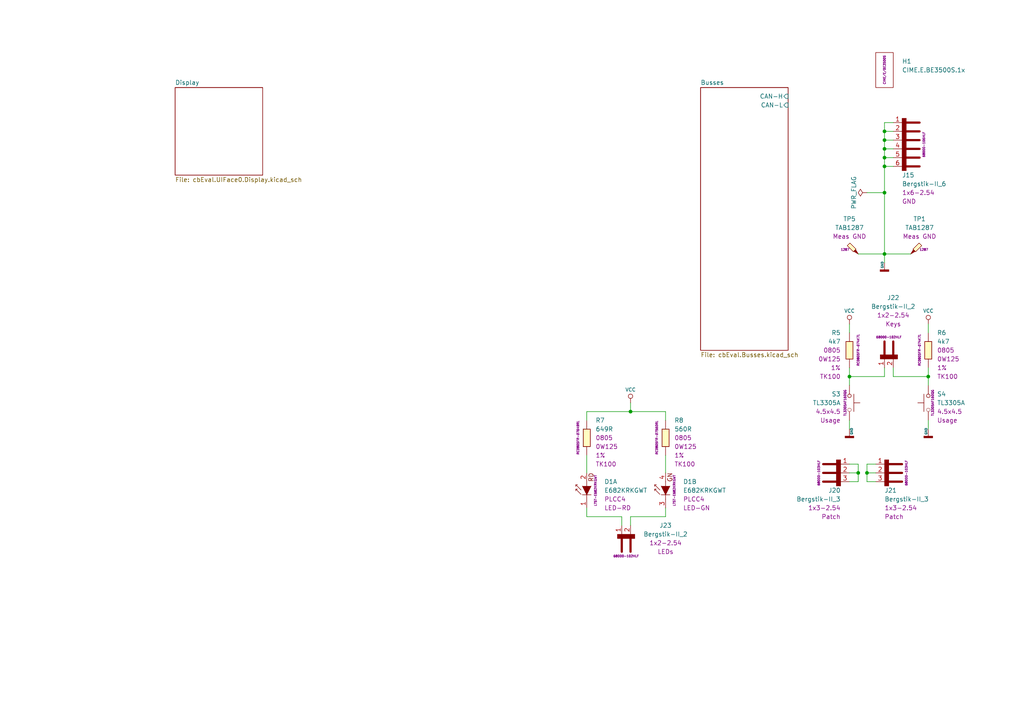
<source format=kicad_sch>
(kicad_sch (version 20211123) (generator eeschema)
  (paper "A4")
  (title_block (title "cbEval ATtiny412 & ATtiny1614") (rev "1.1.0"))
  (lib_symbols
    (symbol "D.LED:E682KRKGWT" (pin_names (offset 1.016) hide)
      (property "Reference" "D" (at 5.08 5.08 0))
      (property "Value" "E682KRKGWT" (at 5.08 2.54 0))
      (property "Package" "PLCC4" (at 5.08 0 0))
      (property "ID" "LTST-E682KRKGWT" (at 2.54 0 90))
      (property "Usage" "Usage" (at 5.08 -2.54 0))
      (symbol "E682KRKGWT_0_1"
        (polyline (pts (xy -3.175 1.651) (xy -3.175 1.143)))
        (polyline (pts (xy -1.27 -1.27) (xy 1.27 -1.27)) (stroke (width 0.1524)))
        (polyline (pts (xy 0 -2.54) (xy 0 -1.27)))
        (polyline (pts (xy 0 1.27) (xy 0 2.54)))
        (polyline (pts (xy -1.651 0.127) (xy -3.175 1.651) (xy -2.667 1.651)))
        (polyline (pts (xy -1.27 1.27) (xy 0 -1.27) (xy 1.27 1.27)) (fill (type outline)))
        (polyline (pts (xy -1.651 -1.143) (xy -3.175 0.381) (xy -2.667 0.381) (xy -3.175 0.381) (xy -3.175 -0.127)))
      )
      (symbol "E682KRKGWT_1_0"
        (text "RD" (at 1.27 3.81 900) (effects (font (size 1.27 1.27))))
      )
      (symbol "E682KRKGWT_1_1"
        (pin passive line (at 0 -5.08 90) (length 2.54) (name "Rd-C") (number "1"))
        (pin passive line (at 0 5.08 270) (length 2.54) (name "Rd-A") (number "2"))
      )
      (symbol "E682KRKGWT_2_0"
        (text "GN" (at 1.27 3.81 900) (effects (font (size 1.27 1.27))))
      )
      (symbol "E682KRKGWT_2_1"
        (pin passive line (at 0 -5.08 90) (length 2.54) (name "Gn-C") (number "3"))
        (pin passive line (at 0 5.08 270) (length 2.54) (name "Gn-A") (number "4"))
      )
    )
    (symbol "H.Housing:CIME.E.BE3500S.1x"
      (property "Reference" "H" (at 2.54 2.54 0))
      (property "Value" "CIME.E.BE3500S.1x" (at 2.54 -2.54 0))
      (property "ID" "CIME/E/BE3500S" (at 0 0 90))
      (symbol "CIME.E.BE3500S.1x_0_1"
        (rectangle (start -2.54 5.08) (end 2.54 -5.08) (stroke (width 0.1524)))
      )
    )
    (symbol "J.PinHeader:Bergstik-II_2" (pin_names (offset 0.002) hide)
      (property "Reference" "J" (at -2.54 -2.54 0))
      (property "Value" "Bergstik-II_2" (at -2.54 -5.08 0))
      (property "Package" "1x2-2.54" (at -2.54 -7.62 0))
      (property "Usage" "Usage" (at -2.54 -10.16 0))
      (property "ID" "68000-102HLF" (at 3.81 1.27 90))
      (symbol "Bergstik-II_2_0_1"
        (rectangle (start -2.54 3.81) (end -1.27 -1.27) (stroke (width 0.0006)) (fill (type outline)))
        (polyline (pts (xy -1.27 0) (xy 2.54 0)) (stroke (width 0.635)))
        (polyline (pts (xy -1.27 2.54) (xy 2.54 2.54)) (stroke (width 0.635)))
      )
      (symbol "Bergstik-II_2_1_1"
        (pin passive line (at -5.08 2.54 0) (length 2.54) (name "A1") (number "1"))
        (pin passive line (at -5.08 0 0) (length 2.54) (name "A2") (number "2"))
      )
    )
    (symbol "J.PinHeader:Bergstik-II_3" (pin_names (offset 0.002) hide)
      (property "Reference" "J" (at -2.54 -5.08 0))
      (property "Value" "Bergstik-II_3" (at -2.54 -7.62 0))
      (property "Package" "1x3-2.54" (at -2.54 -10.16 0))
      (property "Usage" "Usage" (at -2.54 -12.7 0))
      (property "ID" "68000-103HLF" (at 3.81 0 90))
      (symbol "Bergstik-II_3_0_1"
        (rectangle (start -2.54 3.81) (end -1.27 -3.81) (stroke (width 0.0006)) (fill (type outline)))
        (polyline (pts (xy -1.27 -2.54) (xy 2.54 -2.54)) (stroke (width 0.635)))
        (polyline (pts (xy -1.27 0) (xy 2.54 0)) (stroke (width 0.635)))
        (polyline (pts (xy -1.27 2.54) (xy 2.54 2.54)) (stroke (width 0.635)))
      )
      (symbol "Bergstik-II_3_1_1"
        (pin passive line (at -5.08 2.54 0) (length 2.54) (name "A1") (number "1"))
        (pin passive line (at -5.08 0 0) (length 2.54) (name "A2") (number "2"))
        (pin passive line (at -5.08 -2.54 0) (length 2.54) (name "A3") (number "3"))
      )
    )
    (symbol "J.PinHeader:Bergstik-II_6" (pin_names (offset 0.002) hide)
      (property "Reference" "J" (at -2.54 -10.16 0))
      (property "Value" "Bergstik-II_6" (at -2.54 -12.7 0))
      (property "Package" "1x6-2.54" (at -2.54 -15.24 0))
      (property "Usage" "Usage" (at -2.54 -17.78 0))
      (property "ID" "68000-106HLF" (at 3.81 -1.27 90))
      (symbol "Bergstik-II_6_0_1"
        (rectangle (start -2.54 6.35) (end -1.27 -8.89) (stroke (width 0.0006)) (fill (type outline)))
        (polyline (pts (xy -1.27 -7.62) (xy 2.54 -7.62)) (stroke (width 0.635)))
        (polyline (pts (xy -1.27 -5.08) (xy 2.54 -5.08)) (stroke (width 0.635)))
        (polyline (pts (xy -1.27 -2.54) (xy 2.54 -2.54)) (stroke (width 0.635)))
        (polyline (pts (xy -1.27 0) (xy 2.54 0)) (stroke (width 0.635)))
        (polyline (pts (xy -1.27 2.54) (xy 2.54 2.54)) (stroke (width 0.635)))
        (polyline (pts (xy -1.27 5.08) (xy 2.54 5.08)) (stroke (width 0.635)))
      )
      (symbol "Bergstik-II_6_1_1"
        (pin passive line (at -5.08 5.08 0) (length 2.54) (name "A1") (number "1"))
        (pin passive line (at -5.08 2.54 0) (length 2.54) (name "A2") (number "2"))
        (pin passive line (at -5.08 0 0) (length 2.54) (name "A3") (number "3"))
        (pin passive line (at -5.08 -2.54 0) (length 2.54) (name "A4") (number "4"))
        (pin passive line (at -5.08 -5.08 0) (length 2.54) (name "A5") (number "5"))
        (pin passive line (at -5.08 -7.62 0) (length 2.54) (name "A6") (number "6"))
      )
    )
    (symbol "R.Yageo.RC0805:4k7" (pin_numbers hide) (pin_names (offset 1.016) hide)
      (property "Reference" "R" (at 2.54 5.08 0))
      (property "Value" "4k7" (at 2.54 2.54 0))
      (property "Package" "0805" (at 2.54 0 0))
      (property "Power" "0W125" (at 2.54 -2.54 0))
      (property "Tolerance" "1%" (at 2.54 -5.08 0))
      (property "TK" "TK100" (at 2.54 -7.62 0))
      (property "ID" "RC0805FR-074K7L" (at -2.54 0 90))
      (symbol "4k7_0_1"
        (rectangle (start -1.016 2.54) (end 1.016 -2.54) (stroke (width 0.2032)) (fill (type background)))
      )
      (symbol "4k7_1_1"
        (pin passive line (at 0 5.08 270) (length 2.54) (name "~") (number "1"))
        (pin passive line (at 0 -5.08 90) (length 2.54) (name "~") (number "2"))
      )
    )
    (symbol "R.Yageo.RC0805:560R" (pin_numbers hide) (pin_names (offset 1.016) hide)
      (property "Reference" "R" (at 2.54 5.08 0))
      (property "Value" "560R" (at 2.54 2.54 0))
      (property "Package" "0805" (at 2.54 0 0))
      (property "Power" "0W125" (at 2.54 -2.54 0))
      (property "Tolerance" "1%" (at 2.54 -5.08 0))
      (property "TK" "TK100" (at 2.54 -7.62 0))
      (property "ID" "RC0805FR-07560RL" (at -2.54 0 90))
      (symbol "560R_0_1"
        (rectangle (start -1.016 2.54) (end 1.016 -2.54) (stroke (width 0.2032)) (fill (type background)))
      )
      (symbol "560R_1_1"
        (pin passive line (at 0 5.08 270) (length 2.54) (name "~") (number "1"))
        (pin passive line (at 0 -5.08 90) (length 2.54) (name "~") (number "2"))
      )
    )
    (symbol "R.Yageo.RC0805:649R" (pin_numbers hide) (pin_names (offset 1.016) hide)
      (property "Reference" "R" (at 2.54 5.08 0))
      (property "Value" "649R" (at 2.54 2.54 0))
      (property "Package" "0805" (at 2.54 0 0))
      (property "Power" "0W125" (at 2.54 -2.54 0))
      (property "Tolerance" "1%" (at 2.54 -5.08 0))
      (property "TK" "TK100" (at 2.54 -7.62 0))
      (property "ID" "RC0805FR-07649RL" (at -2.54 0 90))
      (symbol "649R_0_1"
        (rectangle (start -1.016 2.54) (end 1.016 -2.54) (stroke (width 0.2032)) (fill (type background)))
      )
      (symbol "649R_1_1"
        (pin passive line (at 0 5.08 270) (length 2.54) (name "~") (number "1"))
        (pin passive line (at 0 -5.08 90) (length 2.54) (name "~") (number "2"))
      )
    )
    (symbol "S:TL3305A" (pin_numbers hide) (pin_names (offset 1.016) hide)
      (property "Reference" "S" (at 2.54 2.54 0))
      (property "Value" "TL3305A" (at 2.54 0 0))
      (property "Package" "4.5x4.5" (at 2.54 -2.54 0))
      (property "Usage" "Usage" (at 2.54 -5.08 0))
      (property "ID" "TL3305AF160QG" (at 1.27 0 90))
      (symbol "TL3305A_0_1"
        (circle (center 0 -2.032) (radius 0.508) (stroke (width 0.0508)))
        (polyline (pts (xy -1.27 0) (xy -3.048 0)))
        (polyline (pts (xy -1.27 2.54) (xy -1.27 -2.54)))
        (circle (center 0 2.032) (radius 0.508))
        (pin passive line (at 0 5.08 270) (length 2.54) (name "1") (number "1"))
        (pin passive line (at 0 -5.08 90) (length 2.54) (name "2") (number "2"))
      )
    )
    (symbol "Supply:GND" (power) (pin_numbers hide) (pin_names (offset 0) hide)
      (property "Value" "GND" (at -0.635 -0.635 90))
      (symbol "GND_0_1"
        (rectangle (start -1.27 -2.032) (end 1.27 -2.54) (stroke (width 0.1524)) (fill (type outline)))
        (polyline (pts (xy 0 0) (xy 0 -2.032)) (stroke (width 0.1524)))
      )
      (symbol "GND_1_1"
        (pin power_in line (at 0 0 270) (length 0) hide (name "GND") (number "1"))
      )
    )
    (symbol "Supply:PWR_FLAG" (power) (pin_numbers hide) (pin_names (offset 0) hide)
      (property "Value" "PWR_FLAG" (at 0 3.81 0))
      (symbol "PWR_FLAG_0_0"
        (pin power_out line (at 0 0 90) (length 0) (name "pwr") (number "1"))
      )
      (symbol "PWR_FLAG_0_1"
        (polyline (pts (xy 0 0) (xy 0 1.27) (xy -1.016 1.905) (xy 0 2.54) (xy 1.016 1.905) (xy 0 1.27)))
      )
    )
    (symbol "Supply:VCC" (power) (pin_numbers hide) (pin_names (offset 0) hide)
      (property "Value" "VCC" (at 0 3.81 0))
      (symbol "VCC_0_1"
        (polyline (pts (xy 0 0) (xy 0 1.27)))
        (circle (center 0 1.905) (radius 0.635))
      )
      (symbol "VCC_1_1"
        (pin power_in line (at 0 0 90) (length 0) hide (name "VCC") (number "1"))
      )
    )
    (symbol "TP.Keystone:TAB1287" (pin_numbers hide) (pin_names (offset 0.762) hide)
      (property "Reference" "TP" (at 2.54 10.16 0))
      (property "Value" "TAB1287" (at 2.54 7.62 0))
      (property "Usage" "Usage" (at 2.54 5.08 0))
      (property "ID" "1287" (at 3.81 1.27 0))
      (symbol "TAB1287_0_1"
        (polyline (pts (xy 1.27 0.762) (xy 0 0) (xy 0.762 1.27) (xy 1.27 0.762)) (fill (type outline)))
        (polyline (pts (xy 1.397 0.635) (xy 0.635 1.397) (xy 2.413 3.175) (xy 3.175 2.413) (xy 1.397 0.635)) (fill (type background)))
      )
      (symbol "TAB1287_1_1"
        (pin passive line (at 0 0 90) (length 0) (name "1") (number "1"))
      )
    )
  )
  (junction (at 251.46 137.16) (diameter 0.9144))
  (junction (at 256.54 40.64) (diameter 0.9144))
  (junction (at 248.92 137.16) (diameter 0.9144))
  (junction (at 256.54 73.66) (diameter 0.9144))
  (junction (at 256.54 55.88) (diameter 0.9144))
  (junction (at 256.54 43.18) (diameter 0.9144))
  (junction (at 246.38 109.22) (diameter 0.9144))
  (junction (at 256.54 48.26) (diameter 0.9144))
  (junction (at 182.88 119.38) (diameter 0.9144))
  (junction (at 256.54 45.72) (diameter 0.9144))
  (junction (at 256.54 38.1) (diameter 0.9144))
  (junction (at 269.24 109.22) (diameter 0.9144))
  (wire (pts (xy 256.54 48.26) (xy 256.54 45.72)))
  (wire (pts (xy 259.08 106.68) (xy 259.08 109.22)))
  (wire (pts (xy 259.08 109.22) (xy 269.24 109.22)))
  (wire (pts (xy 256.54 48.26) (xy 256.54 55.88)))
  (wire (pts (xy 256.54 55.88) (xy 256.54 73.66)))
  (wire (pts (xy 269.24 96.52) (xy 269.24 93.98)))
  (wire (pts (xy 259.08 38.1) (xy 256.54 38.1)))
  (wire (pts (xy 170.18 149.86) (xy 170.18 147.32)))
  (wire (pts (xy 180.34 149.86) (xy 170.18 149.86)))
  (wire (pts (xy 180.34 152.4) (xy 180.34 149.86)))
  (wire (pts (xy 256.54 38.1) (xy 256.54 35.56)))
  (wire (pts (xy 251.46 55.88) (xy 256.54 55.88)))
  (wire (pts (xy 269.24 124.46) (xy 269.24 121.92)))
  (wire (pts (xy 256.54 45.72) (xy 256.54 43.18)))
  (wire (pts (xy 256.54 76.2) (xy 256.54 73.66)))
  (wire (pts (xy 259.08 48.26) (xy 256.54 48.26)))
  (wire (pts (xy 193.04 121.92) (xy 193.04 119.38)))
  (wire (pts (xy 246.38 134.62) (xy 248.92 134.62)))
  (wire (pts (xy 248.92 134.62) (xy 248.92 137.16)))
  (wire (pts (xy 248.92 137.16) (xy 248.92 139.7)))
  (wire (pts (xy 248.92 139.7) (xy 246.38 139.7)))
  (wire (pts (xy 259.08 40.64) (xy 256.54 40.64)))
  (wire (pts (xy 246.38 137.16) (xy 248.92 137.16)))
  (wire (pts (xy 256.54 35.56) (xy 259.08 35.56)))
  (wire (pts (xy 256.54 43.18) (xy 256.54 40.64)))
  (wire (pts (xy 264.16 73.66) (xy 256.54 73.66)))
  (wire (pts (xy 256.54 40.64) (xy 256.54 38.1)))
  (wire (pts (xy 193.04 137.16) (xy 193.04 132.08)))
  (wire (pts (xy 182.88 116.84) (xy 182.88 119.38)))
  (wire (pts (xy 251.46 134.62) (xy 251.46 137.16)))
  (wire (pts (xy 251.46 137.16) (xy 251.46 139.7)))
  (wire (pts (xy 251.46 139.7) (xy 254 139.7)))
  (wire (pts (xy 254 134.62) (xy 251.46 134.62)))
  (wire (pts (xy 269.24 109.22) (xy 269.24 106.68)))
  (wire (pts (xy 269.24 111.76) (xy 269.24 109.22)))
  (wire (pts (xy 256.54 106.68) (xy 256.54 109.22)))
  (wire (pts (xy 256.54 109.22) (xy 246.38 109.22)))
  (wire (pts (xy 259.08 43.18) (xy 256.54 43.18)))
  (wire (pts (xy 170.18 119.38) (xy 182.88 119.38)))
  (wire (pts (xy 170.18 121.92) (xy 170.18 119.38)))
  (wire (pts (xy 182.88 119.38) (xy 193.04 119.38)))
  (wire (pts (xy 246.38 109.22) (xy 246.38 106.68)))
  (wire (pts (xy 246.38 111.76) (xy 246.38 109.22)))
  (wire (pts (xy 170.18 137.16) (xy 170.18 132.08)))
  (wire (pts (xy 254 137.16) (xy 251.46 137.16)))
  (wire (pts (xy 259.08 45.72) (xy 256.54 45.72)))
  (wire (pts (xy 182.88 149.86) (xy 193.04 149.86)))
  (wire (pts (xy 182.88 152.4) (xy 182.88 149.86)))
  (wire (pts (xy 193.04 149.86) (xy 193.04 147.32)))
  (wire (pts (xy 246.38 124.46) (xy 246.38 121.92)))
  (wire (pts (xy 248.92 73.66) (xy 256.54 73.66)))
  (wire (pts (xy 246.38 96.52) (xy 246.38 93.98)))
  (symbol (lib_id "TP.Keystone:TAB1287") (at 248.92 73.66 0) (mirror y) (unit 1)
    (property "Reference" "TP5" (at 246.38 63.5 0))
    (property "Value" "TAB1287" (at 246.38 66.04 0))
    (property "Footprint" "TestPoint:TestPoint_Bridge_Pitch5.08mm_Drill1.3mm" (effects hide))
    (property "Datasheet" "https://www.keyelco.com/userAssets/file/M65p59.pdf" (effects hide))
    (property "Usage" "Meas GND" (at 246.38 68.58 0))
    (property "ID" "1287" (at 245.11 72.39 0) (effects (font (size 0.635 0.635))))
  )
  (symbol (lib_id "Supply:VCC") (at 182.88 116.84 0) (unit 1)
    (property "Reference" "#PWR029" (effects hide))
    (property "Value" "VCC" (at 182.88 113.03 0) (effects (font (size 1.016 1.016))))
  )
  (symbol (lib_id "R.Yageo.RC0805:4k7") (at 246.38 101.6 0) (mirror y) (unit 1)
    (property "Reference" "R5" (at 243.84 96.52 0) (effects (justify left)))
    (property "Value" "4k7" (at 243.84 99.06 0) (effects (justify left)))
    (property "Footprint" "Resistor_SMD:R_0805_2012Metric" (effects hide))
    (property "Datasheet" "R.Yaego.RC0805.pdf" (effects hide))
    (property "Package" "0805" (at 243.84 101.6 0) (effects (justify left)))
    (property "Power" "0W125" (at 243.84 104.14 0) (effects (justify left)))
    (property "Tolerance" "1%" (at 243.84 106.68 0) (effects (justify left)))
    (property "TK" "TK100" (at 243.84 109.22 0) (effects (justify left)))
    (property "ID" "RC0805FR-074K7L" (at 248.92 101.6 90) (effects (font (size 0.635 0.635) italic)))
  )
  (symbol (lib_id "Supply:GND") (at 246.38 124.46 0) (mirror y) (unit 1)
    (property "Reference" "#PWR026" (effects hide))
    (property "Value" "GND" (at 247.015 125.095 90) (effects (font (size 0.635 0.635))))
  )
  (symbol (lib_id "Supply:GND") (at 256.54 76.2 0) (unit 1)
    (property "Reference" "#PWR01" (effects hide))
    (property "Value" "GND" (at 255.905 76.835 90) (effects (font (size 0.635 0.635))))
  )
  (symbol (lib_id "Supply:GND") (at 269.24 124.46 0) (unit 1)
    (property "Reference" "#PWR028" (effects hide))
    (property "Value" "GND" (at 268.605 125.095 90) (effects (font (size 0.635 0.635))))
  )
  (symbol (lib_id "R.Yageo.RC0805:4k7") (at 269.24 101.6 0) (unit 1)
    (property "Reference" "R6" (at 271.78 96.52 0) (effects (justify left)))
    (property "Value" "4k7" (at 271.78 99.06 0) (effects (justify left)))
    (property "Footprint" "Resistor_SMD:R_0805_2012Metric" (effects hide))
    (property "Datasheet" "R.Yaego.RC0805.pdf" (effects hide))
    (property "Package" "0805" (at 271.78 101.6 0) (effects (justify left)))
    (property "Power" "0W125" (at 271.78 104.14 0) (effects (justify left)))
    (property "Tolerance" "1%" (at 271.78 106.68 0) (effects (justify left)))
    (property "TK" "TK100" (at 271.78 109.22 0) (effects (justify left)))
    (property "ID" "RC0805FR-074K7L" (at 266.7 101.6 90) (effects (font (size 0.635 0.635) italic)))
  )
  (symbol (lib_id "R.Yageo.RC0805:649R") (at 170.18 127 0) (unit 1)
    (property "Reference" "R7" (at 172.72 121.92 0) (effects (justify left)))
    (property "Value" "649R" (at 172.72 124.46 0) (effects (justify left)))
    (property "Footprint" "Resistor_SMD:R_0805_2012Metric" (effects hide))
    (property "Datasheet" "R.Yaego.RC0805.pdf" (effects hide))
    (property "Package" "0805" (at 172.72 127 0) (effects (justify left)))
    (property "Power" "0W125" (at 172.72 129.54 0) (effects (justify left)))
    (property "Tolerance" "1%" (at 172.72 132.08 0) (effects (justify left)))
    (property "TK" "TK100" (at 172.72 134.62 0) (effects (justify left)))
    (property "ID" "RC0805FR-07649RL" (at 167.64 127 90) (effects (font (size 0.635 0.635) italic)))
  )
  (symbol (lib_id "J.PinHeader:Bergstik-II_3") (at 241.3 137.16 0) (mirror y) (unit 1)
    (property "Reference" "J20" (at 243.84 142.24 0) (effects (justify left)))
    (property "Value" "Bergstik-II_3" (at 243.84 144.78 0) (effects (justify left)))
    (property "Footprint" "Connector_PinHeader_2.54mm:PinHeader_1x03_P2.54mm_Vertical" (effects hide))
    (property "Datasheet" "https://cdn.amphenol-icc.com/media/wysiwyg/files/drawing/68000.pdf?__cf_chl_jschl_tk__=264da0a199af1bdefb04026963ad3c85a073036f-1615910483-0-AaX8LtgG8apEDzGIqgzQ0aoAKWkj50oj4JyeD-4a-BjpVTotUkz0b9CwK48SctxW9RfQ29uHK-g8U4Q7W950UfkLI47M2h-zbxXP0QVGLOROToQCZGWcFC-c_QilEUacZTRKDvvL4FAsQqyycsf3m4Eg-isf3_QP12ONd_wWQcMNK-LuQ3eyU0ZB_uGz-1tHBPJYyv3B6ZQ-xQw3v8oWI_eE_zzEWbIWrLFoFf6eZXoAoT5Y4wJiyDXoV-vBmq5F4mSG8H7EqnWkU4EpxDA2-swokem-Q60MTknd4E9RK0nSmJU_PhEDac0Sb3Im75HD1QHXcTu1yMJzQCNpgpofH-wmgz79VfPk4ttpW38ZPDdPIxv_B7gR4gWWdhvgQyW6byYqLE8E5a8tpA31lZkCN19ufDO8SqP6UAFJscCeeydKEgOe2Ksu_LJQubib6v3-6A" (effects hide))
    (property "Package" "1x3-2.54" (at 243.84 147.32 0) (effects (justify left)))
    (property "Usage" "Patch" (at 243.84 149.86 0) (effects (justify left)))
    (property "ID" "68000-103HLF" (at 237.49 137.16 90) (effects (font (size 0.635 0.635))))
  )
  (symbol (lib_id "R.Yageo.RC0805:560R") (at 193.04 127 0) (unit 1)
    (property "Reference" "R8" (at 195.58 121.92 0) (effects (justify left)))
    (property "Value" "560R" (at 195.58 124.46 0) (effects (justify left)))
    (property "Footprint" "Resistor_SMD:R_0805_2012Metric" (effects hide))
    (property "Datasheet" "R.Yaego.RC0805.pdf" (effects hide))
    (property "Package" "0805" (at 195.58 127 0) (effects (justify left)))
    (property "Power" "0W125" (at 195.58 129.54 0) (effects (justify left)))
    (property "Tolerance" "1%" (at 195.58 132.08 0) (effects (justify left)))
    (property "TK" "TK100" (at 195.58 134.62 0) (effects (justify left)))
    (property "ID" "RC0805FR-07560RL" (at 190.5 127 90) (effects (font (size 0.635 0.635) italic)))
  )
  (symbol (lib_id "H.Housing:CIME.E.BE3500S.1x") (at 256.54 20.32 0) (unit 1)
    (property "Reference" "H1" (at 261.62 17.78 0) (effects (justify left)))
    (property "Value" "CIME.E.BE3500S.1x" (at 261.62 20.32 0) (effects (justify left)))
    (property "Footprint" "BTech.Housing:Camdenboss.CIME.E.BE3500S.1x" (effects hide))
    (property "Datasheet" "https://cdn-reichelt.de/documents/datenblatt/C700/CIME_E.pdf" (effects hide))
    (property "ID" "CIME/E/BE3500S" (at 256.54 20.32 90) (effects (font (size 0.635 0.635) italic)))
  )
  (symbol (lib_id "S:TL3305A") (at 246.38 116.84 0) (mirror y) (unit 1)
    (property "Reference" "S3" (at 243.84 114.3 0) (effects (justify left)))
    (property "Value" "TL3305A" (at 243.84 116.84 0) (effects (justify left)))
    (property "Footprint" "Button_Switch_SMD:SW_SPST_TL3305A" (effects hide))
    (property "Datasheet" "https://sten-eswitch-13110800-production.s3.amazonaws.com/system/asset/product_line/data_sheet/213/TL3305.pdf" (effects hide))
    (property "Package" "4.5x4.5" (at 243.84 119.38 0) (effects (justify left)))
    (property "Usage" "Usage" (at 243.84 121.92 0) (effects (justify left)))
    (property "ID" "TL3305AF160QG" (at 245.11 116.84 90) (effects (font (size 0.635 0.635))))
  )
  (symbol (lib_id "J.PinHeader:Bergstik-II_2") (at 182.88 157.48 90) (mirror x) (unit 1)
    (property "Reference" "J23" (at 193.04 152.4 90))
    (property "Value" "Bergstik-II_2" (at 193.04 154.94 90))
    (property "Footprint" "Connector_PinHeader_2.54mm:PinHeader_1x02_P2.54mm_Vertical" (effects hide))
    (property "Datasheet" "https://cdn.amphenol-icc.com/media/wysiwyg/files/drawing/68000.pdf?__cf_chl_jschl_tk__=264da0a199af1bdefb04026963ad3c85a073036f-1615910483-0-AaX8LtgG8apEDzGIqgzQ0aoAKWkj50oj4JyeD-4a-BjpVTotUkz0b9CwK48SctxW9RfQ29uHK-g8U4Q7W950UfkLI47M2h-zbxXP0QVGLOROToQCZGWcFC-c_QilEUacZTRKDvvL4FAsQqyycsf3m4Eg-isf3_QP12ONd_wWQcMNK-LuQ3eyU0ZB_uGz-1tHBPJYyv3B6ZQ-xQw3v8oWI_eE_zzEWbIWrLFoFf6eZXoAoT5Y4wJiyDXoV-vBmq5F4mSG8H7EqnWkU4EpxDA2-swokem-Q60MTknd4E9RK0nSmJU_PhEDac0Sb3Im75HD1QHXcTu1yMJzQCNpgpofH-wmgz79VfPk4ttpW38ZPDdPIxv_B7gR4gWWdhvgQyW6byYqLE8E5a8tpA31lZkCN19ufDO8SqP6UAFJscCeeydKEgOe2Ksu_LJQubib6v3-6A" (effects hide))
    (property "Package" "1x2-2.54" (at 193.04 157.48 90))
    (property "Usage" "LEDs" (at 193.04 160.02 90))
    (property "ID" "68000-102HLF" (at 181.61 161.29 90) (effects (font (size 0.635 0.635))))
  )
  (symbol (lib_id "S:TL3305A") (at 269.24 116.84 0) (unit 1)
    (property "Reference" "S4" (at 271.78 114.3 0) (effects (justify left)))
    (property "Value" "TL3305A" (at 271.78 116.84 0) (effects (justify left)))
    (property "Footprint" "Button_Switch_SMD:SW_SPST_TL3305A" (effects hide))
    (property "Datasheet" "https://sten-eswitch-13110800-production.s3.amazonaws.com/system/asset/product_line/data_sheet/213/TL3305.pdf" (effects hide))
    (property "Package" "4.5x4.5" (at 271.78 119.38 0) (effects (justify left)))
    (property "Usage" "Usage" (at 271.78 121.92 0) (effects (justify left)))
    (property "ID" "TL3305AF160QG" (at 270.51 116.84 90) (effects (font (size 0.635 0.635))))
  )
  (symbol (lib_id "D.LED:E682KRKGWT") (at 193.04 142.24 0) (unit 2)
    (property "Reference" "D1" (at 198.12 139.7 0) (effects (justify left)))
    (property "Value" "E682KRKGWT" (at 198.12 142.24 0) (effects (justify left)))
    (property "Footprint" "LED_SMD:LED_Avago_PLCC4_3.2x2.8mm_CW" (effects hide))
    (property "Datasheet" "https://optoelectronics.liteon.com/upload/download/DS22-2011-0354/LTST-E682KRKGWT.pdf" (effects hide))
    (property "Package" "PLCC4" (at 198.12 144.78 0) (effects (justify left)))
    (property "ID" "LTST-E682KRKGWT" (at 195.58 142.24 90) (effects (font (size 0.635 0.635))))
    (property "Usage" "LED-GN" (at 198.12 147.32 0) (effects (justify left)))
  )
  (symbol (lib_id "Supply:VCC") (at 269.24 93.98 0) (unit 1)
    (property "Reference" "#PWR027" (effects hide))
    (property "Value" "VCC" (at 269.24 90.17 0) (effects (font (size 1.016 1.016))))
  )
  (symbol (lib_id "TP.Keystone:TAB1287") (at 264.16 73.66 0) (unit 1)
    (property "Reference" "TP1" (at 266.7 63.5 0))
    (property "Value" "TAB1287" (at 266.7 66.04 0))
    (property "Footprint" "TestPoint:TestPoint_Bridge_Pitch5.08mm_Drill1.3mm" (effects hide))
    (property "Datasheet" "https://www.keyelco.com/userAssets/file/M65p59.pdf" (effects hide))
    (property "Usage" "Meas GND" (at 266.7 68.58 0))
    (property "ID" "1287" (at 267.97 72.39 0) (effects (font (size 0.635 0.635))))
  )
  (symbol (lib_id "J.PinHeader:Bergstik-II_3") (at 259.08 137.16 0) (unit 1)
    (property "Reference" "J21" (at 256.54 142.24 0) (effects (justify left)))
    (property "Value" "Bergstik-II_3" (at 256.54 144.78 0) (effects (justify left)))
    (property "Footprint" "Connector_PinHeader_2.54mm:PinHeader_1x03_P2.54mm_Vertical" (effects hide))
    (property "Datasheet" "https://cdn.amphenol-icc.com/media/wysiwyg/files/drawing/68000.pdf?__cf_chl_jschl_tk__=264da0a199af1bdefb04026963ad3c85a073036f-1615910483-0-AaX8LtgG8apEDzGIqgzQ0aoAKWkj50oj4JyeD-4a-BjpVTotUkz0b9CwK48SctxW9RfQ29uHK-g8U4Q7W950UfkLI47M2h-zbxXP0QVGLOROToQCZGWcFC-c_QilEUacZTRKDvvL4FAsQqyycsf3m4Eg-isf3_QP12ONd_wWQcMNK-LuQ3eyU0ZB_uGz-1tHBPJYyv3B6ZQ-xQw3v8oWI_eE_zzEWbIWrLFoFf6eZXoAoT5Y4wJiyDXoV-vBmq5F4mSG8H7EqnWkU4EpxDA2-swokem-Q60MTknd4E9RK0nSmJU_PhEDac0Sb3Im75HD1QHXcTu1yMJzQCNpgpofH-wmgz79VfPk4ttpW38ZPDdPIxv_B7gR4gWWdhvgQyW6byYqLE8E5a8tpA31lZkCN19ufDO8SqP6UAFJscCeeydKEgOe2Ksu_LJQubib6v3-6A" (effects hide))
    (property "Package" "1x3-2.54" (at 256.54 147.32 0) (effects (justify left)))
    (property "Usage" "Patch" (at 256.54 149.86 0) (effects (justify left)))
    (property "ID" "68000-103HLF" (at 262.89 137.16 90) (effects (font (size 0.635 0.635))))
  )
  (symbol (lib_id "Supply:PWR_FLAG") (at 251.46 55.88 90) (unit 1)
    (property "Reference" "#FLG01" (effects hide))
    (property "Value" "PWR_FLAG" (at 247.65 55.88 0))
  )
  (symbol (lib_id "D.LED:E682KRKGWT") (at 170.18 142.24 0) (unit 1)
    (property "Reference" "D1" (at 175.26 139.7 0) (effects (justify left)))
    (property "Value" "E682KRKGWT" (at 175.26 142.24 0) (effects (justify left)))
    (property "Footprint" "LED_SMD:LED_Avago_PLCC4_3.2x2.8mm_CW" (effects hide))
    (property "Datasheet" "https://optoelectronics.liteon.com/upload/download/DS22-2011-0354/LTST-E682KRKGWT.pdf" (effects hide))
    (property "Package" "PLCC4" (at 175.26 144.78 0) (effects (justify left)))
    (property "ID" "LTST-E682KRKGWT" (at 172.72 142.24 90) (effects (font (size 0.635 0.635))))
    (property "Usage" "LED-RD" (at 175.26 147.32 0) (effects (justify left)))
  )
  (symbol (lib_id "J.PinHeader:Bergstik-II_2") (at 259.08 101.6 90) (unit 1)
    (property "Reference" "J22" (at 259.08 86.36 90))
    (property "Value" "Bergstik-II_2" (at 259.08 88.9 90))
    (property "Footprint" "Connector_PinHeader_2.54mm:PinHeader_1x02_P2.54mm_Vertical" (effects hide))
    (property "Datasheet" "https://cdn.amphenol-icc.com/media/wysiwyg/files/drawing/68000.pdf?__cf_chl_jschl_tk__=264da0a199af1bdefb04026963ad3c85a073036f-1615910483-0-AaX8LtgG8apEDzGIqgzQ0aoAKWkj50oj4JyeD-4a-BjpVTotUkz0b9CwK48SctxW9RfQ29uHK-g8U4Q7W950UfkLI47M2h-zbxXP0QVGLOROToQCZGWcFC-c_QilEUacZTRKDvvL4FAsQqyycsf3m4Eg-isf3_QP12ONd_wWQcMNK-LuQ3eyU0ZB_uGz-1tHBPJYyv3B6ZQ-xQw3v8oWI_eE_zzEWbIWrLFoFf6eZXoAoT5Y4wJiyDXoV-vBmq5F4mSG8H7EqnWkU4EpxDA2-swokem-Q60MTknd4E9RK0nSmJU_PhEDac0Sb3Im75HD1QHXcTu1yMJzQCNpgpofH-wmgz79VfPk4ttpW38ZPDdPIxv_B7gR4gWWdhvgQyW6byYqLE8E5a8tpA31lZkCN19ufDO8SqP6UAFJscCeeydKEgOe2Ksu_LJQubib6v3-6A" (effects hide))
    (property "Package" "1x2-2.54" (at 259.08 91.44 90))
    (property "Usage" "Keys" (at 259.08 93.98 90))
    (property "ID" "68000-102HLF" (at 257.81 97.79 90) (effects (font (size 0.635 0.635))))
  )
  (symbol (lib_id "Supply:VCC") (at 246.38 93.98 0) (mirror y) (unit 1)
    (property "Reference" "#PWR025" (effects hide))
    (property "Value" "VCC" (at 246.38 90.17 0) (effects (font (size 1.016 1.016))))
  )
  (symbol (lib_id "J.PinHeader:Bergstik-II_6") (at 264.16 40.64 0) (unit 1)
    (property "Reference" "J15" (at 261.62 50.8 0) (effects (justify left)))
    (property "Value" "Bergstik-II_6" (at 261.62 53.34 0) (effects (justify left)))
    (property "Footprint" "Connector_PinHeader_2.54mm:PinHeader_1x06_P2.54mm_Vertical" (effects hide))
    (property "Datasheet" "https://cdn.amphenol-icc.com/media/wysiwyg/files/drawing/68000.pdf?__cf_chl_jschl_tk__=264da0a199af1bdefb04026963ad3c85a073036f-1615910483-0-AaX8LtgG8apEDzGIqgzQ0aoAKWkj50oj4JyeD-4a-BjpVTotUkz0b9CwK48SctxW9RfQ29uHK-g8U4Q7W950UfkLI47M2h-zbxXP0QVGLOROToQCZGWcFC-c_QilEUacZTRKDvvL4FAsQqyycsf3m4Eg-isf3_QP12ONd_wWQcMNK-LuQ3eyU0ZB_uGz-1tHBPJYyv3B6ZQ-xQw3v8oWI_eE_zzEWbIWrLFoFf6eZXoAoT5Y4wJiyDXoV-vBmq5F4mSG8H7EqnWkU4EpxDA2-swokem-Q60MTknd4E9RK0nSmJU_PhEDac0Sb3Im75HD1QHXcTu1yMJzQCNpgpofH-wmgz79VfPk4ttpW38ZPDdPIxv_B7gR4gWWdhvgQyW6byYqLE8E5a8tpA31lZkCN19ufDO8SqP6UAFJscCeeydKEgOe2Ksu_LJQubib6v3-6A" (effects hide))
    (property "Package" "1x6-2.54" (at 261.62 55.88 0) (effects (justify left)))
    (property "Usage" "GND" (at 261.62 58.42 0) (effects (justify left)))
    (property "ID" "68000-106HLF" (at 267.97 41.91 90) (effects (font (size 0.635 0.635))))
  )
  (sheet (at 50.8 25.4) (size 25.4 25.4) (stroke (width 0.1524))
    (property "Sheet name" "Display" (at 50.8 24.6884 0) (effects (justify left bottom)))
    (property "Sheet file" "cbEval.UIFace0.Display.kicad_sch" (at 50.8 51.3846 0) (effects (justify left top)))
  )
  (sheet (at 203.2 25.4) (size 25.4 76.2) (stroke (width 0.1524))
    (property "Sheet name" "Busses" (at 203.2 24.6884 0) (effects (justify left bottom)))
    (property "Sheet file" "cbEval.Busses.kicad_sch" (at 203.2 102.1846 0) (effects (justify left top)))
    (pin "CAN-H" input (at 228.6 27.94 0))
    (pin "CAN-L" input (at 228.6 30.48 0))
  )
)
</source>
